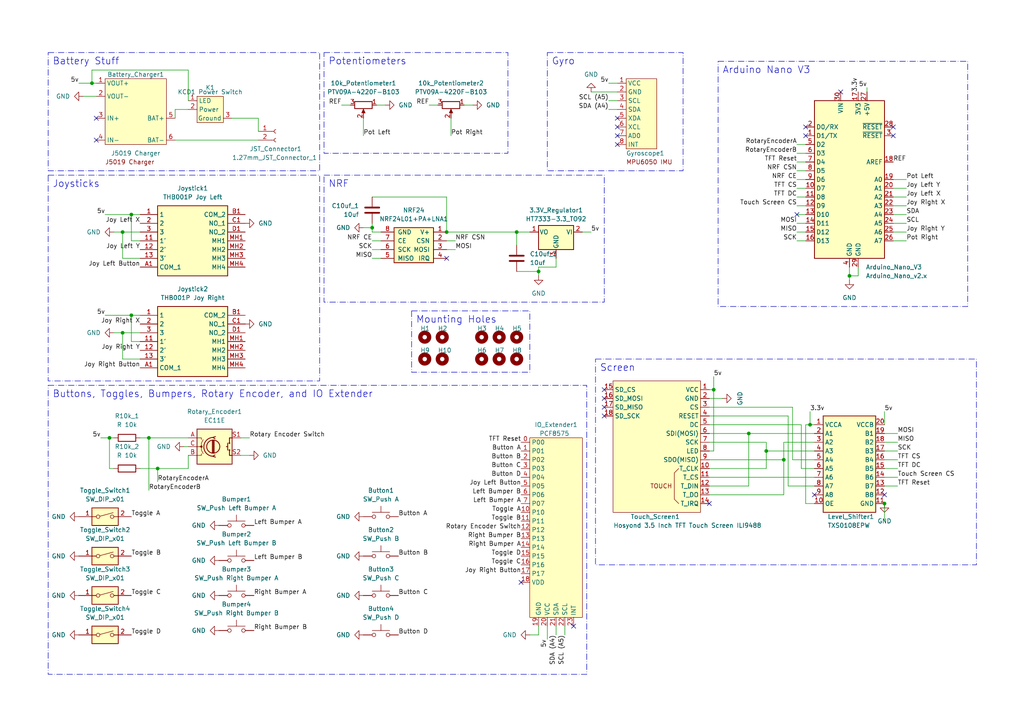
<source format=kicad_sch>
(kicad_sch (version 20230121) (generator eeschema)
  (paper "A4")
  (title_block (title "Arduino Nano Powered RC Transmitter") (company "Aecert Robotics ") (comment 1 "Gyroscope, 3.5 Inch Touchscreen, Rechargable Battery.") (comment 2 "2 Joysticks, 4 Buttons, 4 Bumpers, 4 Toggle Switches, Rotary Encoder, 2 Potentiometers,") (comment 3 "Features:"))
  (lib_symbols
    (symbol "Connector:Conn_01x02_Socket" (pin_names (offset 1.016) hide)
      (property "Reference" "J" (at 0 2.54 0))
      (property "Value" "Conn_01x02_Socket" (at 0 -5.08 0))
      (symbol "Conn_01x02_Socket_1_1"
        (arc (start 0 -2.032) (mid -0.5058 -2.54) (end 0 -3.048) (stroke (width 0.1524)))
        (polyline (pts (xy -1.27 -2.54) (xy -0.508 -2.54)) (stroke (width 0.1524)))
        (polyline (pts (xy -1.27 0) (xy -0.508 0)) (stroke (width 0.1524)))
        (arc (start 0 0.508) (mid -0.5058 0) (end 0 -0.508) (stroke (width 0.1524)))
        (pin passive line (at -5.08 0 0) (length 3.81) (name "Pin_1") (number "1"))
        (pin passive line (at -5.08 -2.54 0) (length 3.81) (name "Pin_2") (number "2"))
      )
    )
    (symbol "Connector_Generic:Conn_02x04_Counter_Clockwise" (pin_names (offset 1.016))
      (property "Reference" "N1" (at 4.445 8.89 0))
      (property "Value" "NRF24L01" (at 4.445 6.35 0))
      (symbol "Conn_02x04_Counter_Clockwise_1_1"
        (rectangle (start -1.27 3.81) (end 10.16 -6.35) (stroke (width 0.254)) (fill (type background)))
        (pin power_in line (at -5.08 2.54 0) (length 3.81) (name "V+") (number "1"))
        (pin input line (at -5.08 0 0) (length 3.81) (name "CSN") (number "2"))
        (pin input line (at -5.08 -2.54 0) (length 3.81) (name "MOSI") (number "3"))
        (pin input line (at -5.08 -5.08 0) (length 3.81) (name "IRQ") (number "4"))
        (pin input line (at 13.97 -5.08 180) (length 3.81) (name "MISO") (number "5"))
        (pin input line (at 13.97 -2.54 180) (length 3.81) (name "SCK") (number "6"))
        (pin input line (at 13.97 0 180) (length 3.81) (name "CE") (number "7"))
        (pin power_out line (at 13.97 2.54 180) (length 3.81) (name "GND") (number "8"))
      )
    )
    (symbol "Device:C" (pin_numbers hide) (pin_names (offset 0.254))
      (property "Reference" "C" (at 0.635 2.54 0))
      (property "Value" "C" (at 0.635 -2.54 0))
      (symbol "C_0_1"
        (polyline (pts (xy -2.032 -0.762) (xy 2.032 -0.762)) (stroke (width 0.508)))
        (polyline (pts (xy -2.032 0.762) (xy 2.032 0.762)) (stroke (width 0.508)))
      )
      (symbol "C_1_1"
        (pin passive line (at 0 3.81 270) (length 2.794) (name "~") (number "1"))
        (pin passive line (at 0 -3.81 90) (length 2.794) (name "~") (number "2"))
      )
    )
    (symbol "Device:R" (pin_numbers hide) (pin_names (offset 0))
      (property "Reference" "R" (at 2.032 0 90))
      (property "Value" "R" (at 0 0 90))
      (symbol "R_0_1"
        (rectangle (start -1.016 -2.54) (end 1.016 2.54) (stroke (width 0.254)))
      )
      (symbol "R_1_1"
        (pin passive line (at 0 3.81 270) (length 1.27) (name "~") (number "1"))
        (pin passive line (at 0 -3.81 90) (length 1.27) (name "~") (number "2"))
      )
    )
    (symbol "Device:R_Potentiometer" (pin_names (offset 1.016) hide)
      (property "Reference" "RV" (at -4.445 0 90))
      (property "Value" "R_Potentiometer" (at -2.54 0 90))
      (symbol "R_Potentiometer_0_1"
        (polyline (pts (xy 2.54 0) (xy 1.524 0)))
        (polyline (pts (xy 1.143 0) (xy 2.286 0.508) (xy 2.286 -0.508) (xy 1.143 0)) (fill (type outline)))
        (rectangle (start 1.016 2.54) (end -1.016 -2.54) (stroke (width 0.254)))
      )
      (symbol "R_Potentiometer_1_1"
        (pin passive line (at 0 3.81 270) (length 1.27) (name "1") (number "1"))
        (pin passive line (at 3.81 0 180) (length 1.27) (name "2") (number "2"))
        (pin passive line (at 0 -3.81 90) (length 1.27) (name "3") (number "3"))
      )
    )
    (symbol "Device:RotaryEncoder_Switch" (pin_names (offset 0.254) hide)
      (property "Reference" "SW" (at 0 6.604 0))
      (property "Value" "RotaryEncoder_Switch" (at 0 -6.604 0))
      (symbol "RotaryEncoder_Switch_0_1"
        (rectangle (start -5.08 5.08) (end 5.08 -5.08) (stroke (width 0.254)) (fill (type background)))
        (circle (center -3.81 0) (radius 0.254) (fill (type outline)))
        (circle (center -0.381 0) (radius 1.905) (stroke (width 0.254)))
        (arc (start -0.381 2.667) (mid -3.0988 -0.0635) (end -0.381 -2.794) (stroke (width 0.254)))
        (polyline (pts (xy -0.635 -1.778) (xy -0.635 1.778)) (stroke (width 0.254)))
        (polyline (pts (xy -0.381 -1.778) (xy -0.381 1.778)) (stroke (width 0.254)))
        (polyline (pts (xy -0.127 1.778) (xy -0.127 -1.778)) (stroke (width 0.254)))
        (polyline (pts (xy 3.81 0) (xy 3.429 0)) (stroke (width 0.254)))
        (polyline (pts (xy 3.81 1.016) (xy 3.81 -1.016)) (stroke (width 0.254)))
        (polyline (pts (xy -5.08 -2.54) (xy -3.81 -2.54) (xy -3.81 -2.032)))
        (polyline (pts (xy -5.08 2.54) (xy -3.81 2.54) (xy -3.81 2.032)))
        (polyline (pts (xy 0.254 -3.048) (xy -0.508 -2.794) (xy 0.127 -2.413)) (stroke (width 0.254)))
        (polyline (pts (xy 0.254 2.921) (xy -0.508 2.667) (xy 0.127 2.286)) (stroke (width 0.254)))
        (polyline (pts (xy 5.08 -2.54) (xy 4.318 -2.54) (xy 4.318 -1.016)) (stroke (width 0.254)))
        (polyline (pts (xy 5.08 2.54) (xy 4.318 2.54) (xy 4.318 1.016)) (stroke (width 0.254)))
        (polyline (pts (xy -5.08 0) (xy -3.81 0) (xy -3.81 -1.016) (xy -3.302 -2.032)))
        (polyline (pts (xy -4.318 0) (xy -3.81 0) (xy -3.81 1.016) (xy -3.302 2.032)))
        (circle (center 4.318 -1.016) (radius 0.127) (stroke (width 0.254)))
        (circle (center 4.318 1.016) (radius 0.127) (stroke (width 0.254)))
      )
      (symbol "RotaryEncoder_Switch_1_1"
        (pin passive line (at -7.62 2.54 0) (length 2.54) (name "A") (number "A"))
        (pin passive line (at -7.62 -2.54 0) (length 2.54) (name "B") (number "B"))
        (pin passive line (at -7.62 0 0) (length 2.54) (name "C") (number "C"))
        (pin passive line (at 7.62 2.54 180) (length 2.54) (name "S1") (number "S1"))
        (pin passive line (at 7.62 -2.54 180) (length 2.54) (name "S2") (number "S2"))
      )
    )
    (symbol "Logic_LevelTranslator:TXS0108EPW"
      (property "Reference" "U3" (at -7.62 -25.4 0))
      (property "Value" "Level Shifter TXS0108EPW" (at -7.62 -27.94 0))
      (symbol "TXS0108EPW_0_1"
        (rectangle (start -7.62 12.7) (end 7.62 -15.24) (stroke (width 0.254)) (fill (type background)))
      )
      (symbol "TXS0108EPW_1_1"
        (pin power_in line (at -10.16 10.16 0) (length 2.54) (name "VCCA") (number "1"))
        (pin input line (at -10.16 -12.7 0) (length 2.54) (name "OE") (number "10"))
        (pin power_in line (at 10.16 -12.7 180) (length 2.54) (name "GND") (number "11"))
        (pin bidirectional line (at 10.16 -10.16 180) (length 2.54) (name "B8") (number "12"))
        (pin bidirectional line (at 10.16 -7.62 180) (length 2.54) (name "B7") (number "13"))
        (pin bidirectional line (at 10.16 -5.08 180) (length 2.54) (name "B6") (number "14"))
        (pin bidirectional line (at 10.16 -2.54 180) (length 2.54) (name "B5") (number "15"))
        (pin bidirectional line (at 10.16 0 180) (length 2.54) (name "B4") (number "16"))
        (pin bidirectional line (at 10.16 2.54 180) (length 2.54) (name "B3") (number "17"))
        (pin bidirectional line (at 10.16 5.08 180) (length 2.54) (name "B2") (number "18"))
        (pin bidirectional line (at 10.16 7.62 180) (length 2.54) (name "B1") (number "19"))
        (pin bidirectional line (at -10.16 7.62 0) (length 2.54) (name "A1") (number "2"))
        (pin power_in line (at 10.16 10.16 180) (length 2.54) (name "VCCB") (number "20"))
        (pin bidirectional line (at -10.16 5.08 0) (length 2.54) (name "A2") (number "3"))
        (pin bidirectional line (at -10.16 2.54 0) (length 2.54) (name "A3") (number "4"))
        (pin bidirectional line (at -10.16 0 0) (length 2.54) (name "A4") (number "5"))
        (pin bidirectional line (at -10.16 -2.54 0) (length 2.54) (name "A5") (number "6"))
        (pin bidirectional line (at -10.16 -5.08 0) (length 2.54) (name "A6") (number "7"))
        (pin bidirectional line (at -10.16 -7.62 0) (length 2.54) (name "A7") (number "8"))
        (pin bidirectional line (at -10.16 -10.16 0) (length 2.54) (name "A8") (number "9"))
      )
    )
    (symbol "MCU_Module:Arduino_Nano_v2.x"
      (property "Reference" "A1" (at 4.7341 -25.4 0))
      (property "Value" "Arduino_Nano_v2.x" (at 4.7341 -27.94 0))
      (symbol "Arduino_Nano_v2.x_0_1"
        (rectangle (start -10.16 22.86) (end 10.16 -22.86) (stroke (width 0.254)) (fill (type background)))
      )
      (symbol "Arduino_Nano_v2.x_1_1"
        (pin bidirectional line (at -12.7 12.7 0) (length 2.54) (name "D1/TX") (number "1"))
        (pin bidirectional line (at -12.7 -2.54 0) (length 2.54) (name "D7") (number "10"))
        (pin bidirectional line (at -12.7 -5.08 0) (length 2.54) (name "D8") (number "11"))
        (pin bidirectional line (at -12.7 -7.62 0) (length 2.54) (name "D9") (number "12"))
        (pin bidirectional line (at -12.7 -10.16 0) (length 2.54) (name "D10") (number "13"))
        (pin bidirectional line (at -12.7 -12.7 0) (length 2.54) (name "D11") (number "14"))
        (pin bidirectional line (at -12.7 -15.24 0) (length 2.54) (name "D12") (number "15"))
        (pin bidirectional line (at -12.7 -17.78 0) (length 2.54) (name "D13") (number "16"))
        (pin power_out line (at 2.54 25.4 270) (length 2.54) (name "3V3") (number "17"))
        (pin input line (at 12.7 5.08 180) (length 2.54) (name "AREF") (number "18"))
        (pin bidirectional line (at 12.7 0 180) (length 2.54) (name "A0") (number "19"))
        (pin bidirectional line (at -12.7 15.24 0) (length 2.54) (name "D0/RX") (number "2"))
        (pin bidirectional line (at 12.7 -2.54 180) (length 2.54) (name "A1") (number "20"))
        (pin bidirectional line (at 12.7 -5.08 180) (length 2.54) (name "A2") (number "21"))
        (pin bidirectional line (at 12.7 -7.62 180) (length 2.54) (name "A3") (number "22"))
        (pin bidirectional line (at 12.7 -10.16 180) (length 2.54) (name "A4") (number "23"))
        (pin bidirectional line (at 12.7 -12.7 180) (length 2.54) (name "A5") (number "24"))
        (pin bidirectional line (at 12.7 -15.24 180) (length 2.54) (name "A6") (number "25"))
        (pin bidirectional line (at 12.7 -17.78 180) (length 2.54) (name "A7") (number "26"))
        (pin power_in line (at 5.08 25.4 270) (length 2.54) (name "+5V") (number "27"))
        (pin input line (at 12.7 15.24 180) (length 2.54) (name "~{RESET}") (number "28"))
        (pin power_in line (at 2.54 -25.4 90) (length 2.54) (name "GND") (number "29"))
        (pin input line (at 12.7 12.7 180) (length 2.54) (name "~{RESET}") (number "3"))
        (pin power_in line (at -2.54 25.4 270) (length 2.54) (name "VIN") (number "30"))
        (pin power_in line (at 0 -25.4 90) (length 2.54) (name "GND") (number "4"))
        (pin bidirectional line (at -12.7 10.16 0) (length 2.54) (name "D2") (number "5"))
        (pin bidirectional line (at -12.7 7.62 0) (length 2.54) (name "D3") (number "6"))
        (pin bidirectional line (at -12.7 5.08 0) (length 2.54) (name "D4") (number "7"))
        (pin bidirectional line (at -12.7 2.54 0) (length 2.54) (name "D5") (number "8"))
        (pin bidirectional line (at -12.7 0 0) (length 2.54) (name "D6") (number "9"))
      )
    )
    (symbol "Mechanical:MountingHole" (pin_names (offset 1.016))
      (property "Reference" "H" (at 0 5.08 0))
      (property "Value" "MountingHole" (at 0 3.175 0))
      (symbol "MountingHole_0_1"
        (circle (center 0 0) (radius 1.27) (stroke (width 1.27)))
      )
    )
    (symbol "Modules:2.8inch_SPI_Module_ILI9341"
      (property "Reference" "ILI9488_1" (at -7.62 -20.32 0))
      (property "Value" "Screen ILI9488" (at 0 0 0))
      (symbol "2.8inch_SPI_Module_ILI9341_1_1"
        (rectangle (start -7.62 20.32) (end 17.78 -17.78) (fill (type background)))
        (polyline (pts (xy 11.43 -15.24) (xy 10.16 -13.97) (xy 10.16 -6.35) (xy 11.43 -5.08)))
        (text "TOUCH" (at 6.35 -10.16 0) (effects (font (size 1.27 1.27))))
        (pin power_in line (at 20.32 17.78 180) (length 2.54) (name "VCC") (number "1"))
        (pin input line (at 20.32 -5.08 180) (length 2.54) (name "T_CLK") (number "10"))
        (pin input line (at 20.32 -7.62 180) (length 2.54) (name "T_CS") (number "11"))
        (pin input line (at 20.32 -10.16 180) (length 2.54) (name "T_DIN") (number "12"))
        (pin input line (at 20.32 -12.7 180) (length 2.54) (name "T_DO") (number "13"))
        (pin input line (at 20.32 -15.24 180) (length 2.54) (name "T_IRQ") (number "14"))
        (pin output line (at -10.16 17.78 0) (length 2.54) (name "SD_CS") (number "15"))
        (pin output line (at -10.16 15.24 0) (length 2.54) (name "SD_MOSI") (number "16"))
        (pin output line (at -10.16 12.7 0) (length 2.54) (name "SD_MISO") (number "17"))
        (pin output line (at -10.16 10.16 0) (length 2.54) (name "SD_SCK") (number "18"))
        (pin power_in line (at 20.32 15.24 180) (length 2.54) (name "GND") (number "2"))
        (pin input line (at 20.32 12.7 180) (length 2.54) (name "CS") (number "3"))
        (pin input line (at 20.32 10.16 180) (length 2.54) (name "RESET") (number "4"))
        (pin input line (at 20.32 7.62 180) (length 2.54) (name "DC") (number "5"))
        (pin input line (at 20.32 5.08 180) (length 2.54) (name "SDI(MOSI)") (number "6"))
        (pin input line (at 20.32 2.54 180) (length 2.54) (name "SCK") (number "7"))
        (pin input line (at 20.32 0 180) (length 2.54) (name "LED") (number "8"))
        (pin input line (at 20.32 -2.54 180) (length 2.54) (name "SDO(MISO)") (number "9"))
      )
    )
    (symbol "Modules:J5019_Charger"
      (property "Reference" "J1" (at -10.16 1.27 0))
      (property "Value" "~" (at 0 0 0))
      (symbol "J5019_Charger_1_1"
        (rectangle (start -11.43 22.86) (end 6.35 3.81) (fill (type background)))
        (text "J5019 Charger" (at -11.43 -1.27 0) (effects (font (size 1.27 1.27)) (justify left)))
        (pin power_out line (at -13.97 21.59 0) (length 2.54) (name "VOUT+") (number "1"))
        (pin power_out line (at -13.97 17.78 0) (length 2.54) (name "VOUT-") (number "2"))
        (pin power_in line (at -13.97 11.43 0) (length 2.54) (name "IN+") (number "3"))
        (pin power_in line (at -13.97 5.08 0) (length 2.54) (name "IN-") (number "4"))
        (pin power_in line (at 8.89 11.43 180) (length 2.54) (name "BAT+") (number "5"))
        (pin power_in line (at 8.89 5.08 180) (length 2.54) (name "BAT-") (number "6"))
      )
    )
    (symbol "Modules:KCD1_3_Pin_Toggle_Switch"
      (property "Reference" "K" (at 1.27 3.81 0))
      (symbol "KCD1_3_Pin_Toggle_Switch_1_1"
        (rectangle (start -2.54 2.54) (end 5.08 -5.08) (fill (type background)))
        (pin bidirectional line (at -5.08 1.27 0) (length 2.54) (name "LED") (number "1"))
        (pin power_in line (at -5.08 -1.27 0) (length 2.54) (name "Power") (number "2"))
        (pin power_in line (at 7.62 -3.81 180) (length 2.54) (name "Ground") (number "3"))
      )
    )
    (symbol "Modules:MPU6050_IMU"
      (property "Reference" "G1" (at -3.81 -10.16 0))
      (property "Value" "~" (at 0 0 0))
      (symbol "MPU6050_IMU_1_1"
        (rectangle (start -3.81 11.43) (end 5.08 -8.89) (fill (type background)))
        (text "MPU6050 IMU" (at -3.81 -12.7 0) (effects (font (size 1.27 1.27)) (justify left)))
        (pin power_in line (at -6.35 10.16 0) (length 2.54) (name "VCC") (number "1"))
        (pin power_in line (at -6.35 7.62 0) (length 2.54) (name "GND") (number "2"))
        (pin output line (at -6.35 5.08 0) (length 2.54) (name "SCL") (number "3"))
        (pin output line (at -6.35 2.54 0) (length 2.54) (name "SDA") (number "4"))
        (pin input line (at -6.35 0 0) (length 2.54) (name "XDA") (number "5"))
        (pin input line (at -6.35 -2.54 0) (length 2.54) (name "XCL") (number "6"))
        (pin input line (at -6.35 -5.08 0) (length 2.54) (name "AD0") (number "7"))
        (pin input line (at -6.35 -7.62 0) (length 2.54) (name "INT") (number "8"))
      )
    )
    (symbol "Modules:PCF8575_BO"
      (property "Reference" "P1" (at 0 34.29 0))
      (property "Value" "PCF8575 " (at 0 31.75 0))
      (symbol "PCF8575_BO_1_1"
        (rectangle (start -7.62 30.48) (end 7.62 -21.59) (fill (type background)))
        (pin bidirectional line (at -10.16 29.21 0) (length 2.54) (name "P00") (number "0"))
        (pin bidirectional line (at -10.16 26.67 0) (length 2.54) (name "P01") (number "1"))
        (pin bidirectional line (at -10.16 8.89 0) (length 2.54) (name "P10") (number "10"))
        (pin bidirectional line (at -10.16 6.35 0) (length 2.54) (name "P11") (number "11"))
        (pin bidirectional line (at -10.16 3.81 0) (length 2.54) (name "P12") (number "12"))
        (pin bidirectional line (at -10.16 1.27 0) (length 2.54) (name "P13") (number "13"))
        (pin bidirectional line (at -10.16 -1.27 0) (length 2.54) (name "P14") (number "14"))
        (pin bidirectional line (at -10.16 -3.81 0) (length 2.54) (name "P15") (number "15"))
        (pin bidirectional line (at -10.16 -6.35 0) (length 2.54) (name "P16") (number "16"))
        (pin bidirectional line (at -10.16 -8.89 0) (length 2.54) (name "P17") (number "17"))
        (pin power_out line (at -10.16 -11.43 0) (length 2.54) (name "VDD") (number "18"))
        (pin power_out line (at -5.08 -24.13 90) (length 2.54) (name "GND") (number "19"))
        (pin bidirectional line (at -10.16 24.13 0) (length 2.54) (name "P02") (number "2"))
        (pin power_in line (at -2.54 -24.13 90) (length 2.54) (name "VCC") (number "20"))
        (pin bidirectional line (at 0 -24.13 90) (length 2.54) (name "SDA") (number "21"))
        (pin bidirectional line (at 2.54 -24.13 90) (length 2.54) (name "SCL") (number "22"))
        (pin bidirectional line (at 5.08 -24.13 90) (length 2.54) (name "INT") (number "23"))
        (pin bidirectional line (at -10.16 21.59 0) (length 2.54) (name "P03") (number "3"))
        (pin bidirectional line (at -10.16 19.05 0) (length 2.54) (name "P04") (number "4"))
        (pin bidirectional line (at -10.16 16.51 0) (length 2.54) (name "P05") (number "5"))
        (pin bidirectional line (at -10.16 13.97 0) (length 2.54) (name "P06") (number "6"))
        (pin bidirectional line (at -10.16 11.43 0) (length 2.54) (name "P07") (number "7"))
      )
    )
    (symbol "Regulator_Linear:LM2936-3.3_TO92" (pin_names (offset 0.254))
      (property "Reference" "HT7333-A_1" (at 0 6.35 0))
      (property "Value" "HT7333-3.3_TO92" (at 0 3.81 0))
      (symbol "LM2936-3.3_TO92_0_1"
        (rectangle (start -5.08 -5.08) (end 5.08 1.905) (stroke (width 0.254)) (fill (type background)))
      )
      (symbol "LM2936-3.3_TO92_1_1"
        (pin power_out line (at 7.62 0 180) (length 2.54) (name "VO") (number "1"))
        (pin power_in line (at -7.62 0 0) (length 2.54) (name "VI") (number "2"))
        (pin power_in line (at 0 -7.62 90) (length 2.54) (name "GND") (number "3"))
      )
    )
    (symbol "Switch:SW_DIP_x01" (pin_names (offset 0) hide)
      (property "Reference" "SW" (at 0 3.81 0))
      (property "Value" "SW_DIP_x01" (at 0 -3.81 0))
      (symbol "SW_DIP_x01_0_0"
        (circle (center -2.032 0) (radius 0.508))
        (polyline (pts (xy -1.524 0.127) (xy 2.3622 1.1684)))
        (circle (center 2.032 0) (radius 0.508))
      )
      (symbol "SW_DIP_x01_0_1"
        (rectangle (start -3.81 2.54) (end 3.81 -2.54) (stroke (width 0.254)) (fill (type background)))
      )
      (symbol "SW_DIP_x01_1_1"
        (pin passive line (at -7.62 0 0) (length 5.08) (name "~") (number "1"))
        (pin passive line (at 7.62 0 180) (length 5.08) (name "~") (number "2"))
      )
    )
    (symbol "Switch:SW_Push" (pin_numbers hide) (pin_names (offset 1.016) hide)
      (property "Reference" "SW" (at 1.27 2.54 0))
      (property "Value" "SW_Push" (at 0 -1.524 0))
      (symbol "SW_Push_0_1"
        (circle (center -2.032 0) (radius 0.508))
        (polyline (pts (xy 0 1.27) (xy 0 3.048)))
        (polyline (pts (xy 2.54 1.27) (xy -2.54 1.27)))
        (circle (center 2.032 0) (radius 0.508))
        (pin passive line (at -5.08 0 0) (length 2.54) (name "1") (number "1"))
        (pin passive line (at 5.08 0 180) (length 2.54) (name "2") (number "2"))
      )
    )
    (symbol "THB001P:THB001P"
      (property "Reference" "S" (at 26.67 7.62 0))
      (property "Value" "THB001P" (at 26.67 5.08 0))
      (symbol "THB001P_1_1"
        (rectangle (start 5.08 2.54) (end 25.4 -17.78) (stroke (width 0.254)) (fill (type background)))
        (pin passive line (at 0 0 0) (length 5.08) (name "1") (number "1"))
        (pin passive line (at 0 -7.62 0) (length 5.08) (name "1'") (number "11"))
        (pin passive line (at 0 -10.16 0) (length 5.08) (name "2'") (number "12"))
        (pin passive line (at 0 -12.7 0) (length 5.08) (name "3'") (number "13"))
        (pin passive line (at 0 -2.54 0) (length 5.08) (name "2") (number "2"))
        (pin passive line (at 0 -5.08 0) (length 5.08) (name "3") (number "3"))
        (pin passive line (at 0 -15.24 0) (length 5.08) (name "COM_1") (number "A1"))
        (pin passive line (at 30.48 0 180) (length 5.08) (name "COM_2") (number "B1"))
        (pin passive line (at 30.48 -2.54 180) (length 5.08) (name "NO_1") (number "C1"))
        (pin passive line (at 30.48 -5.08 180) (length 5.08) (name "NO_2") (number "D1"))
        (pin passive line (at 30.48 -7.62 180) (length 5.08) (name "MH1") (number "MH1"))
        (pin passive line (at 30.48 -10.16 180) (length 5.08) (name "MH2") (number "MH2"))
        (pin passive line (at 30.48 -12.7 180) (length 5.08) (name "MH3") (number "MH3"))
        (pin passive line (at 30.48 -15.24 180) (length 5.08) (name "MH4") (number "MH4"))
      )
    )
    (symbol "power:GND" (power) (pin_names (offset 0))
      (property "Value" "GND" (at 0 -3.81 0))
      (symbol "GND_0_1"
        (polyline (pts (xy 0 0) (xy 0 -1.27) (xy 1.27 -1.27) (xy 0 -2.54) (xy -1.27 -1.27) (xy 0 -1.27)))
      )
      (symbol "GND_1_1"
        (pin power_in line (at 0 0 270) (length 0) hide (name "GND") (number "1"))
      )
    )
  )
  (junction (at 222.25 130.81))
  (junction (at 149.86 67.31))
  (junction (at 31.75 127))
  (junction (at 35.56 67.31))
  (junction (at 256.54 146.05))
  (junction (at 246.38 80.01))
  (junction (at 207.01 113.03))
  (junction (at 45.72 135.89))
  (junction (at 156.21 78.74))
  (junction (at 38.1 62.23))
  (junction (at 217.17 125.73))
  (junction (at 26.67 24.13))
  (junction (at 43.18 127))
  (junction (at 107.95 66.04))
  (junction (at 129.54 67.31))
  (junction (at 35.56 96.52))
  (junction (at 227.33 133.35))
  (junction (at 234.95 123.19))
  (junction (at 38.1 91.44))
  (no_connect (at 27.94 34.29))
  (no_connect (at 256.54 143.51))
  (no_connect (at 151.13 168.91))
  (no_connect (at 27.94 40.64))
  (no_connect (at 259.08 39.37))
  (no_connect (at 179.07 34.29))
  (no_connect (at 233.68 36.83))
  (no_connect (at 243.84 26.67))
  (no_connect (at 233.68 39.37))
  (no_connect (at 205.74 146.05))
  (no_connect (at 179.07 39.37))
  (no_connect (at 179.07 41.91))
  (no_connect (at 259.08 36.83))
  (no_connect (at 166.37 181.61))
  (no_connect (at 175.26 113.03))
  (no_connect (at 175.26 115.57))
  (no_connect (at 236.22 143.51))
  (no_connect (at 129.54 74.93))
  (no_connect (at 175.26 120.65))
  (no_connect (at 175.26 118.11))
  (no_connect (at 179.07 36.83))
  (no_connect (at 231.14 62.23))
  (wire (pts (xy 231.14 64.77) (xy 233.68 64.77)))
  (wire (pts (xy 246.38 80.01) (xy 248.92 80.01)))
  (wire (pts (xy 54.61 31.75) (xy 50.8 31.75)))
  (wire (pts (xy 99.06 30.48) (xy 101.6 30.48)))
  (wire (pts (xy 38.1 91.44) (xy 38.1 99.06)))
  (wire (pts (xy 207.01 109.22) (xy 207.01 113.03)))
  (wire (pts (xy 227.33 128.27) (xy 236.22 128.27)))
  (wire (pts (xy 40.64 74.93) (xy 35.56 74.93)))
  (wire (pts (xy 129.54 67.31) (xy 149.86 67.31)))
  (wire (pts (xy 107.95 66.04) (xy 105.41 66.04)))
  (wire (pts (xy 67.31 34.29) (xy 74.93 34.29)))
  (wire (pts (xy 171.45 26.67) (xy 179.07 26.67)))
  (wire (pts (xy 156.21 78.74) (xy 156.21 77.47)))
  (wire (pts (xy 137.16 30.48) (xy 134.62 30.48)))
  (wire (pts (xy 107.95 64.77) (xy 107.95 66.04)))
  (wire (pts (xy 231.14 54.61) (xy 233.68 54.61)))
  (wire (pts (xy 231.14 59.69) (xy 233.68 59.69)))
  (wire (pts (xy 110.49 67.31) (xy 107.95 67.31)))
  (wire (pts (xy 30.48 62.23) (xy 38.1 62.23)))
  (wire (pts (xy 40.64 127) (xy 43.18 127)))
  (wire (pts (xy 74.93 40.64) (xy 50.8 40.64)))
  (wire (pts (xy 231.14 41.91) (xy 233.68 41.91)))
  (wire (pts (xy 248.92 77.47) (xy 248.92 80.01)))
  (wire (pts (xy 163.83 181.61) (xy 163.83 184.15)))
  (wire (pts (xy 27.94 27.94) (xy 24.13 27.94)))
  (wire (pts (xy 231.14 57.15) (xy 233.68 57.15)))
  (wire (pts (xy 40.64 99.06) (xy 38.1 99.06)))
  (wire (pts (xy 69.85 132.08) (xy 72.39 132.08)))
  (wire (pts (xy 260.35 133.35) (xy 256.54 133.35)))
  (wire (pts (xy 161.29 77.47) (xy 161.29 74.93)))
  (wire (pts (xy 29.21 127) (xy 31.75 127)))
  (wire (pts (xy 205.74 143.51) (xy 227.33 143.51)))
  (wire (pts (xy 262.89 69.85) (xy 259.08 69.85)))
  (wire (pts (xy 233.68 123.19) (xy 234.95 123.19)))
  (wire (pts (xy 38.1 91.44) (xy 40.64 91.44)))
  (wire (pts (xy 209.55 115.57) (xy 205.74 115.57)))
  (wire (pts (xy 229.87 118.11) (xy 205.74 118.11)))
  (wire (pts (xy 40.64 104.14) (xy 35.56 104.14)))
  (wire (pts (xy 234.95 119.38) (xy 234.95 123.19)))
  (wire (pts (xy 262.89 52.07) (xy 259.08 52.07)))
  (wire (pts (xy 232.41 135.89) (xy 236.22 135.89)))
  (wire (pts (xy 38.1 62.23) (xy 40.64 62.23)))
  (wire (pts (xy 205.74 138.43) (xy 236.22 138.43)))
  (wire (pts (xy 222.25 130.81) (xy 236.22 130.81)))
  (wire (pts (xy 227.33 133.35) (xy 227.33 128.27)))
  (wire (pts (xy 40.64 69.85) (xy 38.1 69.85)))
  (wire (pts (xy 234.95 123.19) (xy 236.22 123.19)))
  (wire (pts (xy 246.38 81.28) (xy 246.38 80.01)))
  (wire (pts (xy 231.14 69.85) (xy 233.68 69.85)))
  (wire (pts (xy 231.14 62.23) (xy 233.68 62.23)))
  (wire (pts (xy 176.53 31.75) (xy 179.07 31.75)))
  (wire (pts (xy 38.1 62.23) (xy 38.1 69.85)))
  (wire (pts (xy 43.18 142.24) (xy 43.18 127)))
  (wire (pts (xy 262.89 67.31) (xy 259.08 67.31)))
  (wire (pts (xy 231.14 52.07) (xy 233.68 52.07)))
  (wire (pts (xy 262.89 54.61) (xy 259.08 54.61)))
  (wire (pts (xy 176.53 29.21) (xy 179.07 29.21)))
  (wire (pts (xy 260.35 138.43) (xy 256.54 138.43)))
  (wire (pts (xy 35.56 67.31) (xy 40.64 67.31)))
  (wire (pts (xy 207.01 113.03) (xy 207.01 130.81)))
  (wire (pts (xy 205.74 135.89) (xy 222.25 135.89)))
  (wire (pts (xy 260.35 128.27) (xy 256.54 128.27)))
  (wire (pts (xy 22.86 24.13) (xy 26.67 24.13)))
  (wire (pts (xy 222.25 135.89) (xy 222.25 130.81)))
  (wire (pts (xy 256.54 119.38) (xy 256.54 123.19)))
  (wire (pts (xy 262.89 62.23) (xy 259.08 62.23)))
  (wire (pts (xy 124.46 30.48) (xy 127 30.48)))
  (wire (pts (xy 33.02 67.31) (xy 35.56 67.31)))
  (wire (pts (xy 158.75 181.61) (xy 158.75 185.42)))
  (wire (pts (xy 260.35 135.89) (xy 256.54 135.89)))
  (wire (pts (xy 30.48 91.44) (xy 38.1 91.44)))
  (wire (pts (xy 205.74 133.35) (xy 227.33 133.35)))
  (wire (pts (xy 176.53 24.13) (xy 179.07 24.13)))
  (wire (pts (xy 35.56 67.31) (xy 35.56 74.93)))
  (wire (pts (xy 229.87 133.35) (xy 229.87 118.11)))
  (wire (pts (xy 256.54 146.05) (xy 256.54 151.13)))
  (wire (pts (xy 149.86 67.31) (xy 149.86 71.12)))
  (wire (pts (xy 43.18 127) (xy 54.61 127)))
  (wire (pts (xy 26.67 24.13) (xy 27.94 24.13)))
  (wire (pts (xy 231.14 49.53) (xy 233.68 49.53)))
  (wire (pts (xy 53.34 129.54) (xy 54.61 129.54)))
  (wire (pts (xy 35.56 96.52) (xy 35.56 104.14)))
  (wire (pts (xy 231.14 44.45) (xy 233.68 44.45)))
  (wire (pts (xy 156.21 184.15) (xy 156.21 181.61)))
  (wire (pts (xy 26.67 20.32) (xy 26.67 24.13)))
  (wire (pts (xy 105.41 39.37) (xy 105.41 34.29)))
  (wire (pts (xy 161.29 181.61) (xy 161.29 184.15)))
  (wire (pts (xy 228.6 140.97) (xy 236.22 140.97)))
  (wire (pts (xy 45.72 135.89) (xy 45.72 139.7)))
  (wire (pts (xy 35.56 96.52) (xy 40.64 96.52)))
  (wire (pts (xy 205.74 140.97) (xy 217.17 140.97)))
  (wire (pts (xy 132.08 69.85) (xy 129.54 69.85)))
  (wire (pts (xy 72.39 127) (xy 69.85 127)))
  (wire (pts (xy 107.95 72.39) (xy 110.49 72.39)))
  (wire (pts (xy 50.8 31.75) (xy 50.8 34.29)))
  (wire (pts (xy 207.01 130.81) (xy 205.74 130.81)))
  (wire (pts (xy 33.02 96.52) (xy 35.56 96.52)))
  (wire (pts (xy 262.89 59.69) (xy 259.08 59.69)))
  (wire (pts (xy 171.45 67.31) (xy 168.91 67.31)))
  (wire (pts (xy 161.29 77.47) (xy 156.21 77.47)))
  (wire (pts (xy 260.35 130.81) (xy 256.54 130.81)))
  (wire (pts (xy 262.89 57.15) (xy 259.08 57.15)))
  (wire (pts (xy 54.61 29.21) (xy 54.61 20.32)))
  (wire (pts (xy 130.81 39.37) (xy 130.81 34.29)))
  (wire (pts (xy 45.72 135.89) (xy 54.61 135.89)))
  (wire (pts (xy 236.22 146.05) (xy 233.68 146.05)))
  (wire (pts (xy 54.61 132.08) (xy 54.61 135.89)))
  (wire (pts (xy 233.68 146.05) (xy 233.68 123.19)))
  (wire (pts (xy 54.61 20.32) (xy 26.67 20.32)))
  (wire (pts (xy 129.54 57.15) (xy 107.95 57.15)))
  (wire (pts (xy 205.74 128.27) (xy 222.25 128.27)))
  (wire (pts (xy 31.75 135.89) (xy 33.02 135.89)))
  (wire (pts (xy 217.17 125.73) (xy 205.74 125.73)))
  (wire (pts (xy 132.08 72.39) (xy 129.54 72.39)))
  (wire (pts (xy 222.25 128.27) (xy 222.25 130.81)))
  (wire (pts (xy 153.67 67.31) (xy 149.86 67.31)))
  (wire (pts (xy 232.41 123.19) (xy 232.41 135.89)))
  (wire (pts (xy 231.14 46.99) (xy 233.68 46.99)))
  (wire (pts (xy 107.95 74.93) (xy 110.49 74.93)))
  (wire (pts (xy 236.22 133.35) (xy 229.87 133.35)))
  (wire (pts (xy 231.14 67.31) (xy 233.68 67.31)))
  (wire (pts (xy 107.95 66.04) (xy 107.95 67.31)))
  (wire (pts (xy 205.74 123.19) (xy 232.41 123.19)))
  (wire (pts (xy 227.33 143.51) (xy 227.33 133.35)))
  (wire (pts (xy 74.93 34.29) (xy 74.93 38.1)))
  (wire (pts (xy 40.64 135.89) (xy 45.72 135.89)))
  (wire (pts (xy 228.6 120.65) (xy 228.6 140.97)))
  (wire (pts (xy 149.86 78.74) (xy 156.21 78.74)))
  (wire (pts (xy 205.74 120.65) (xy 228.6 120.65)))
  (wire (pts (xy 205.74 113.03) (xy 207.01 113.03)))
  (wire (pts (xy 262.89 64.77) (xy 259.08 64.77)))
  (wire (pts (xy 260.35 140.97) (xy 256.54 140.97)))
  (wire (pts (xy 153.67 184.15) (xy 156.21 184.15)))
  (wire (pts (xy 246.38 80.01) (xy 246.38 77.47)))
  (wire (pts (xy 251.46 25.4) (xy 251.46 26.67)))
  (wire (pts (xy 31.75 127) (xy 33.02 127)))
  (wire (pts (xy 260.35 125.73) (xy 256.54 125.73)))
  (wire (pts (xy 31.75 135.89) (xy 31.75 127)))
  (wire (pts (xy 111.76 30.48) (xy 109.22 30.48)))
  (wire (pts (xy 156.21 80.01) (xy 156.21 78.74)))
  (wire (pts (xy 129.54 57.15) (xy 129.54 67.31)))
  (wire (pts (xy 107.95 69.85) (xy 110.49 69.85)))
  (wire (pts (xy 236.22 125.73) (xy 217.17 125.73)))
  (wire (pts (xy 217.17 140.97) (xy 217.17 125.73)))
  (rectangle (start 13.97 50.8) (end 92.71 110.49) (stroke (width 0) (type dash_dot)))
  (rectangle (start 158.75 15.24) (end 198.12 49.53) (stroke (width 0) (type dash_dot)))
  (rectangle (start 119.38 90.17) (end 153.67 107.95) (stroke (width 0) (type dash_dot)))
  (rectangle (start 93.98 50.8) (end 175.26 87.63) (stroke (width 0) (type dash_dot)))
  (rectangle (start 13.97 15.24) (end 92.71 49.53) (stroke (width 0) (type dash_dot)))
  (rectangle (start 93.98 15.24) (end 147.32 44.45) (stroke (width 0) (type dash_dot)))
  (rectangle (start 13.97 111.76) (end 170.18 195.58) (stroke (width 0) (type dash_dot)))
  (rectangle (start 172.72 104.14) (end 283.21 163.83) (stroke (width 0) (type dash_dot)))
  (rectangle (start 208.28 17.78) (end 280.67 88.9) (stroke (width 0) (type dash_dot)))
  (text "Screen" (at 173.99 107.95 0) (effects (font (size 2 2)) (justify left bottom)))
  (text "NRF\n" (at 95.25 54.61 0) (effects (font (size 2 2)) (justify left bottom)))
  (text "Buttons, Toggles, Bumpers, Rotary Encoder, and IO Extender\n" (at 15.24 115.57 0) (effects (font (size 2 2)) (justify left bottom)))
  (text "Gyro" (at 160.02 19.05 0) (effects (font (size 2 2)) (justify left bottom)))
  (text "Potentiometers" (at 95.25 19.05 0) (effects (font (size 2 2)) (justify left bottom)))
  (text "Mounting Holes" (at 120.65 93.98 0) (effects (font (size 2 2)) (justify left bottom)))
  (text "Battery Stuff" (at 15.24 19.05 0) (effects (font (size 2 2)) (justify left bottom)))
  (text "Joysticks" (at 15.24 54.61 0) (effects (font (size 2 2)) (justify left bottom)))
  (text "Arduino Nano V3" (at 209.55 21.59 0) (effects (font (size 2 2)) (justify left bottom)))
  (label "RotaryEncoderA" (at 231.14 41.91 180))
  (label "Joy Left Y" (at 40.64 72.39 180))
  (label "TFT Reset" (at 260.35 140.97 0))
  (label "5v" (at 30.48 91.44 180))
  (label "TFT Reset" (at 231.14 46.99 180))
  (label "Toggle D" (at 38.1 184.15 0))
  (label "MISO" (at 231.14 67.31 180))
  (label "3.3v" (at 234.95 119.38 0))
  (label "5v" (at 22.86 24.13 180))
  (label "SCL (A5)" (at 176.53 29.21 180))
  (label "TFT CS" (at 260.35 133.35 0))
  (label "Button D" (at 115.57 184.15 0))
  (label "SDA (A4)" (at 176.53 31.75 180))
  (label "Joy Left Button" (at 151.13 140.97 180))
  (label "NRF CSN" (at 231.14 49.53 180))
  (label "Button A" (at 115.57 149.86 0))
  (label "Button C" (at 151.13 135.89 180))
  (label "Touch Screen CS" (at 231.14 59.69 180))
  (label "Joy Right Y" (at 262.89 67.31 0))
  (label "RotaryEncoderA" (at 45.72 139.7 0))
  (label "Rotary Encoder Switch" (at 72.39 127 0))
  (label "MOSI" (at 132.08 72.39 0))
  (label "Toggle A" (at 38.1 149.86 0))
  (label "Right Bumper B" (at 151.13 156.21 180))
  (label "NRF CE" (at 231.14 52.07 180))
  (label "MISO" (at 107.95 74.93 180))
  (label "Joy Right Y" (at 40.64 101.6 180))
  (label "5v" (at 176.53 24.13 180))
  (label "NRF CE" (at 107.95 69.85 180))
  (label "Button B" (at 115.57 161.29 0))
  (label "5v" (at 251.46 25.4 180))
  (label "Joy Left Button" (at 40.64 77.47 180))
  (label "Toggle B" (at 151.13 151.13 180))
  (label "Left Bumper A" (at 73.66 152.4 0))
  (label "REF" (at 124.46 30.48 180))
  (label "MOSI" (at 260.35 125.73 0))
  (label "Toggle B" (at 38.1 161.29 0))
  (label "RotaryEncoderB" (at 231.14 44.45 180))
  (label "Right Bumper A" (at 151.13 158.75 180))
  (label "Left Bumper B" (at 73.66 162.56 0))
  (label "5v" (at 256.54 119.38 0))
  (label "5v" (at 207.01 109.22 0))
  (label "Touch Screen CS" (at 260.35 138.43 0))
  (label "SCL (A5)" (at 163.83 184.15 270))
  (label "Pot Right" (at 130.81 39.37 0))
  (label "Joy Left Y" (at 262.89 54.61 0))
  (label "SDA" (at 262.89 62.23 0))
  (label "Toggle D" (at 151.13 161.29 180))
  (label "5v" (at 171.45 67.31 0))
  (label "Toggle C" (at 38.1 172.72 0))
  (label "5v" (at 158.75 185.42 270))
  (label "Joy Right Button" (at 40.64 106.68 180))
  (label "TFT DC" (at 231.14 57.15 180))
  (label "Button A" (at 151.13 130.81 180))
  (label "Right Bumper B" (at 73.66 182.88 0))
  (label "SCL" (at 262.89 64.77 0))
  (label "Joy Left X" (at 40.64 64.77 180))
  (label "5v" (at 30.48 62.23 180))
  (label "Rotary Encoder Switch" (at 151.13 153.67 180))
  (label "Button C" (at 115.57 172.72 0))
  (label "Button B" (at 151.13 133.35 180))
  (label "RotaryEncoderB" (at 43.18 142.24 0))
  (label "Left Bumper A" (at 151.13 146.05 180))
  (label "TFT CS" (at 231.14 54.61 180))
  (label "MISO" (at 260.35 128.27 0))
  (label "MOSI" (at 231.14 64.77 180))
  (label "SDA (A4)" (at 161.29 184.15 270))
  (label "Left Bumper B" (at 151.13 143.51 180))
  (label "Joy Left X" (at 262.89 57.15 0))
  (label "Pot Right" (at 262.89 69.85 0))
  (label "Pot Left" (at 105.41 39.37 0))
  (label "TFT DC" (at 260.35 135.89 0))
  (label "SCK" (at 231.14 69.85 180))
  (label "Pot Left" (at 262.89 52.07 0))
  (label "Joy Right X" (at 40.64 93.98 180))
  (label "SCK" (at 260.35 130.81 0))
  (label "Joy Right X" (at 262.89 59.69 0))
  (label "NRF CSN" (at 132.08 69.85 0))
  (label "3.3v" (at 248.92 26.67 90))
  (label "Toggle A" (at 151.13 148.59 180))
  (label "Right Bumper A" (at 73.66 172.72 0))
  (label "SCK" (at 107.95 72.39 180))
  (label "5v" (at 29.21 127 180))
  (label "Joy Right Button" (at 151.13 166.37 180))
  (label "Toggle C" (at 151.13 163.83 180))
  (label "REF" (at 259.08 46.99 0))
  (label "REF" (at 99.06 30.48 180))
  (label "Button D" (at 151.13 138.43 180))
  (label "TFT Reset" (at 151.13 128.27 180))
  (symbol (lib_id "Mechanical:MountingHole") (at 149.86 104.14 0) (unit 1)
    (property "Reference" "H8" (at 148.59 101.6 0) (effects (justify left)))
    (property "Value" "MountingHole_Pad" (effects hide))
    (property "Footprint" "MountingHole:MountingHole_3.2mm_M3" (effects hide))
  )
  (symbol (lib_id "Modules:KCD1_3_Pin_Toggle_Switch") (at 59.69 30.48 0) (unit 1)
    (property "Reference" "K1" (at 60.96 25.4 0))
    (property "Value" "KCD1 Power Switch" (at 60.96 26.67 0))
    (property "Footprint" "AddedFootprints:KCD1 Mini Rocker Switch" (effects hide))
  )
  (symbol (lib_id "Switch:SW_Push") (at 68.58 182.88 0) (unit 1)
    (property "Reference" "Bumper4" (at 68.58 175.26 0))
    (property "Value" "SW_Push Right Bumper B" (at 68.58 177.8 0))
    (property "Footprint" "Connector_PinHeader_2.00mm:PinHeader_1x02_P2.00mm_Vertical" (effects hide))
  )
  (symbol (lib_id "Switch:SW_Push") (at 68.58 162.56 0) (unit 1)
    (property "Reference" "Bumper2" (at 68.58 154.94 0))
    (property "Value" "SW_Push Left Bumper B" (at 68.58 157.48 0))
    (property "Footprint" "Connector_PinHeader_2.00mm:PinHeader_1x02_P2.00mm_Vertical" (effects hide))
  )
  (symbol (lib_id "Device:R_Potentiometer") (at 105.41 30.48 270) (unit 1)
    (property "Reference" "10k_Potentiometer1" (at 105.41 24.13 90))
    (property "Value" "PTV09A-4220F-B103" (at 105.41 26.67 90))
    (property "Footprint" "Potentiometer_THT:Potentiometer_Bourns_PTV09A-1_Single_Vertical" (effects hide))
  )
  (symbol (lib_id "Switch:SW_Push") (at 110.49 172.72 0) (unit 1)
    (property "Reference" "Button3" (at 110.49 165.1 0))
    (property "Value" "SW_Push C" (at 110.49 167.64 0))
    (property "Footprint" "Button_Switch_THT:SW_PUSH_6mm" (effects hide))
  )
  (symbol (lib_id "Switch:SW_Push") (at 110.49 184.15 0) (unit 1)
    (property "Reference" "Button4" (at 110.49 176.53 0))
    (property "Value" "SW_Push D" (at 110.49 179.07 0))
    (property "Footprint" "Button_Switch_THT:SW_PUSH_6mm" (effects hide))
  )
  (symbol (lib_id "Mechanical:MountingHole") (at 144.78 104.14 0) (unit 1)
    (property "Reference" "H7" (at 143.51 101.6 0) (effects (justify left)))
    (property "Value" "MountingHole_Pad" (effects hide))
    (property "Footprint" "MountingHole:MountingHole_3.2mm_M3" (effects hide))
  )
  (symbol (lib_id "Switch:SW_DIP_x01") (at 30.48 184.15 0) (unit 1)
    (property "Reference" "Toggle_Switch4" (at 30.48 176.53 0))
    (property "Value" "SW_DIP_x01" (at 30.48 179.07 0))
    (property "Footprint" "AddedFootprints:SPST Mini Toggle Switch 2 Pin 2 Position" (effects hide))
  )
  (symbol (lib_id "power:GND") (at 22.86 161.29 270) (unit 1)
    (property "Reference" "#PWR024" (effects hide))
    (property "Value" "GND" (at 19.05 161.29 90) (effects (justify right)))
  )
  (symbol (lib_id "Modules:MPU6050_IMU") (at 185.42 34.29 0) (unit 1)
    (property "Reference" "Gyroscope1" (at 181.61 44.45 0) (effects (justify left)))
    (property "Value" "MPU6050 Gyroscope" (effects hide))
    (property "Footprint" "AddedFootprints:MPU6050 Gyroscope" (effects hide))
  )
  (symbol (lib_id "Device:R_Potentiometer") (at 130.81 30.48 270) (unit 1)
    (property "Reference" "10k_Potentiometer2" (at 130.81 24.13 90))
    (property "Value" "PTV09A-4220F-B103" (at 130.81 26.67 90))
    (property "Footprint" "Potentiometer_THT:Potentiometer_Bourns_PTV09A-1_Single_Vertical" (effects hide))
  )
  (symbol (lib_id "power:GND") (at 63.5 172.72 270) (unit 1)
    (property "Reference" "#PWR022" (effects hide))
    (property "Value" "GND" (at 59.69 172.72 90) (effects (justify right)))
  )
  (symbol (lib_id "Device:RotaryEncoder_Switch") (at 62.23 129.54 0) (unit 1)
    (property "Reference" "Rotary_Encoder1" (at 62.23 119.38 0))
    (property "Value" "EC11E" (at 62.23 121.92 0))
    (property "Footprint" "Rotary_Encoder:RotaryEncoder_Alps_EC11E-Switch_Vertical_H20mm" (effects hide))
  )
  (symbol (lib_id "Mechanical:MountingHole") (at 123.19 104.14 0) (unit 1)
    (property "Reference" "H9" (at 121.92 101.6 0) (effects (justify left)))
    (property "Value" "MountingHole_Pad" (effects hide))
    (property "Footprint" "MountingHole:MountingHole_2.2mm_M2" (effects hide))
  )
  (symbol (lib_id "power:GND") (at 105.41 149.86 270) (unit 1)
    (property "Reference" "#PWR011" (effects hide))
    (property "Value" "GND" (at 101.6 149.86 90) (effects (justify right)))
  )
  (symbol (lib_id "power:GND") (at 137.16 30.48 90) (unit 1)
    (property "Reference" "#PWR04" (effects hide))
    (property "Value" "GND" (at 140.97 30.48 90) (effects (justify right)))
  )
  (symbol (lib_id "power:GND") (at 22.86 172.72 270) (unit 1)
    (property "Reference" "#PWR025" (effects hide))
    (property "Value" "GND" (at 19.05 172.72 90) (effects (justify right)))
  )
  (symbol (lib_id "Mechanical:MountingHole") (at 128.27 97.79 0) (unit 1)
    (property "Reference" "H2" (at 127 95.25 0) (effects (justify left)))
    (property "Value" "MountingHole_Pad" (effects hide))
    (property "Footprint" "MountingHole:MountingHole_2.2mm_M2" (effects hide))
  )
  (symbol (lib_id "power:GND") (at 63.5 152.4 270) (unit 1)
    (property "Reference" "#PWR018" (effects hide))
    (property "Value" "GND" (at 59.69 152.4 90) (effects (justify right)))
  )
  (symbol (lib_id "Switch:SW_DIP_x01") (at 30.48 161.29 0) (unit 1)
    (property "Reference" "Toggle_Switch2" (at 30.48 153.67 0))
    (property "Value" "SW_DIP_x01" (at 30.48 156.21 0))
    (property "Footprint" "AddedFootprints:SPST Mini Toggle Switch 2 Pin 2 Position" (effects hide))
  )
  (symbol (lib_id "power:GND") (at 33.02 96.52 270) (mirror x) (unit 1)
    (property "Reference" "#PWR017" (effects hide))
    (property "Value" "GND" (at 29.21 96.52 90) (effects (justify right)))
  )
  (symbol (lib_id "power:GND") (at 105.41 172.72 270) (unit 1)
    (property "Reference" "#PWR027" (effects hide))
    (property "Value" "GND" (at 101.6 172.72 90) (effects (justify right)))
  )
  (symbol (lib_id "Device:C") (at 107.95 60.96 0) (mirror y) (unit 1)
    (property "Reference" "C10uf_1" (at 104.14 59.69 0) (effects (justify left)))
    (property "Value" "10uf" (at 104.14 62.23 0) (effects (justify left)))
    (property "Footprint" "Capacitor_THT:CP_Radial_D5.0mm_P2.50mm" (effects hide))
  )
  (symbol (lib_id "power:GND") (at 171.45 26.67 180) (unit 1)
    (property "Reference" "#PWR05" (effects hide))
    (property "Value" "GND" (at 171.45 21.59 0))
  )
  (symbol (lib_id "power:GND") (at 105.41 161.29 270) (unit 1)
    (property "Reference" "#PWR08" (effects hide))
    (property "Value" "GND" (at 101.6 161.29 90) (effects (justify right)))
  )
  (symbol (lib_id "power:GND") (at 33.02 67.31 270) (mirror x) (unit 1)
    (property "Reference" "#PWR09" (effects hide))
    (property "Value" "GND" (at 29.21 67.31 90) (effects (justify right)))
  )
  (symbol (lib_id "power:GND") (at 105.41 66.04 270) (mirror x) (unit 1)
    (property "Reference" "#PWR013" (effects hide))
    (property "Value" "GND" (at 101.6 66.04 90) (effects (justify right)))
  )
  (symbol (lib_id "power:GND") (at 22.86 149.86 270) (unit 1)
    (property "Reference" "#PWR023" (effects hide))
    (property "Value" "GND" (at 19.05 149.86 90) (effects (justify right)))
  )
  (symbol (lib_id "Mechanical:MountingHole") (at 128.27 104.14 0) (unit 1)
    (property "Reference" "H10" (at 127 101.6 0) (effects (justify left)))
    (property "Value" "MountingHole_Pad" (effects hide))
    (property "Footprint" "MountingHole:MountingHole_2.2mm_M2" (effects hide))
  )
  (symbol (lib_id "power:GND") (at 63.5 162.56 270) (unit 1)
    (property "Reference" "#PWR020" (effects hide))
    (property "Value" "GND" (at 59.69 162.56 90) (effects (justify right)))
  )
  (symbol (lib_id "Device:R") (at 36.83 135.89 90) (unit 1)
    (property "Reference" "R10k_2" (at 36.83 129.54 90))
    (property "Value" "R 10k" (at 36.83 132.08 90))
    (property "Footprint" "Resistor_THT:R_Axial_DIN0207_L6.3mm_D2.5mm_P7.62mm_Horizontal" (effects hide))
  )
  (symbol (lib_id "power:GND") (at 71.12 93.98 90) (mirror x) (unit 1)
    (property "Reference" "#PWR016" (effects hide))
    (property "Value" "GND" (at 74.93 93.98 90) (effects (justify right)))
  )
  (symbol (lib_id "Switch:SW_DIP_x01") (at 30.48 172.72 0) (unit 1)
    (property "Reference" "Toggle_Switch3" (at 30.48 165.1 0))
    (property "Value" "SW_DIP_x01" (at 30.48 167.64 0))
    (property "Footprint" "AddedFootprints:SPST Mini Toggle Switch 2 Pin 2 Position" (effects hide))
  )
  (symbol (lib_id "Mechanical:MountingHole") (at 149.86 97.79 0) (unit 1)
    (property "Reference" "H5" (at 148.59 95.25 0) (effects (justify left)))
    (property "Value" "MountingHole_Pad" (effects hide))
    (property "Footprint" "MountingHole:MountingHole_3.2mm_M3" (effects hide))
  )
  (symbol (lib_id "power:GND") (at 153.67 184.15 270) (mirror x) (unit 1)
    (property "Reference" "#PWR019" (effects hide))
    (property "Value" "GND" (at 149.86 184.15 90) (effects (justify right)))
  )
  (symbol (lib_id "power:GND") (at 246.38 81.28 0) (unit 1)
    (property "Reference" "#PWR02" (effects hide))
    (property "Value" "GND" (at 246.38 86.36 0))
  )
  (symbol (lib_id "Connector_Generic:Conn_02x04_Counter_Clockwise") (at 124.46 69.85 0) (mirror y) (unit 1)
    (property "Reference" "NRF24" (at 120.015 60.96 0))
    (property "Value" "NRF24L01+PA+LNA1" (at 120.015 63.5 0))
    (property "Footprint" "AddedFootprints:NRF24L01+ Antenna" (effects hide))
  )
  (symbol (lib_id "Device:R") (at 36.83 127 90) (unit 1)
    (property "Reference" "R10k_1" (at 36.83 120.65 90))
    (property "Value" "R 10k" (at 36.83 123.19 90))
    (property "Footprint" "Resistor_THT:R_Axial_DIN0207_L6.3mm_D2.5mm_P7.62mm_Horizontal" (effects hide))
  )
  (symbol (lib_id "Switch:SW_Push") (at 68.58 172.72 0) (unit 1)
    (property "Reference" "Bumper3" (at 68.58 165.1 0))
    (property "Value" "SW_Push Right Bumper A" (at 68.58 167.64 0))
    (property "Footprint" "Connector_PinHeader_2.00mm:PinHeader_1x02_P2.00mm_Vertical" (effects hide))
  )
  (symbol (lib_id "THB001P:THB001P") (at 40.64 62.23 0) (unit 1)
    (property "Reference" "Joystick1" (at 55.88 54.61 0))
    (property "Value" "THB001P Joy Left" (at 55.88 57.15 0))
    (property "Footprint" "THB001P" (effects hide))
    (property "Datasheet" "https://www.ckswitches.com/media/2873/thb.pdf" (effects hide))
    (property "Height" "19.85" (effects hide))
    (property "Mouser Part Number" "611-THB001P" (effects hide))
    (property "Mouser Price/Stock" "https://www.mouser.co.uk/ProductDetail/CK/THB001P?qs=OlC7AqGiEDlMaVQ%2FEBrivA%3D%3D" (effects hide))
    (property "Manufacturer_Name" "C & K COMPONENTS" (effects hide))
    (property "Manufacturer_Part_Number" "THB001P" (effects hide))
  )
  (symbol (lib_id "Mechanical:MountingHole") (at 144.78 97.79 0) (unit 1)
    (property "Reference" "H4" (at 143.51 95.25 0) (effects (justify left)))
    (property "Value" "MountingHole_Pad" (effects hide))
    (property "Footprint" "MountingHole:MountingHole_3.2mm_M3" (effects hide))
  )
  (symbol (lib_id "Mechanical:MountingHole") (at 139.7 104.14 0) (unit 1)
    (property "Reference" "H6" (at 138.43 101.6 0) (effects (justify left)))
    (property "Value" "MountingHole_Pad" (effects hide))
    (property "Footprint" "MountingHole:MountingHole_3.2mm_M3" (effects hide))
  )
  (symbol (lib_id "MCU_Module:Arduino_Nano_v2.x") (at 246.38 52.07 0) (unit 1)
    (property "Reference" "Arduino_Nano_V3" (at 251.1141 77.47 0) (effects (justify left)))
    (property "Value" "Arduino_Nano_v2.x" (at 251.1141 80.01 0) (effects (justify left)))
    (property "Footprint" "Module:Arduino_Nano" (effects hide))
    (property "Datasheet" "https://www.arduino.cc/en/uploads/Main/ArduinoNanoManual23.pdf" (effects hide))
  )
  (symbol (lib_id "power:GND") (at 53.34 129.54 270) (unit 1)
    (property "Reference" "#PWR07" (effects hide))
    (property "Value" "GND" (at 49.53 129.54 90) (effects (justify right)))
  )
  (symbol (lib_id "Switch:SW_Push") (at 110.49 161.29 0) (unit 1)
    (property "Reference" "Button2" (at 110.49 153.67 0))
    (property "Value" "SW_Push B" (at 110.49 156.21 0))
    (property "Footprint" "Button_Switch_THT:SW_PUSH_6mm" (effects hide))
  )
  (symbol (lib_id "power:GND") (at 22.86 184.15 270) (unit 1)
    (property "Reference" "#PWR026" (effects hide))
    (property "Value" "GND" (at 19.05 184.15 90) (effects (justify right)))
  )
  (symbol (lib_id "THB001P:THB001P") (at 40.64 91.44 0) (unit 1)
    (property "Reference" "Joystick2" (at 55.88 83.82 0))
    (property "Value" "THB001P Joy Right" (at 55.88 86.36 0))
    (property "Footprint" "THB001P" (effects hide))
    (property "Datasheet" "https://www.ckswitches.com/media/2873/thb.pdf" (effects hide))
    (property "Height" "19.85" (effects hide))
    (property "Mouser Part Number" "611-THB001P" (effects hide))
    (property "Mouser Price/Stock" "https://www.mouser.co.uk/ProductDetail/CK/THB001P?qs=OlC7AqGiEDlMaVQ%2FEBrivA%3D%3D" (effects hide))
    (property "Manufacturer_Name" "C & K COMPONENTS" (effects hide))
    (property "Manufacturer_Part_Number" "THB001P" (effects hide))
  )
  (symbol (lib_id "Mechanical:MountingHole") (at 139.7 97.79 0) (unit 1)
    (property "Reference" "H3" (at 138.43 95.25 0) (effects (justify left)))
    (property "Value" "MountingHole_Pad" (effects hide))
    (property "Footprint" "MountingHole:MountingHole_3.2mm_M3" (effects hide))
  )
  (symbol (lib_id "Modules:J5019_Charger") (at 41.91 45.72 0) (unit 1)
    (property "Reference" "Battery_Charger1" (at 39.37 21.59 0))
    (property "Value" "J5019 Charger" (at 39.37 44.45 0))
    (property "Footprint" "AddedFootprints:J5019 Charger" (effects hide))
  )
  (symbol (lib_id "power:GND") (at 156.21 80.01 0) (mirror y) (unit 1)
    (property "Reference" "#PWR012" (effects hide))
    (property "Value" "GND" (at 156.21 85.09 0))
  )
  (symbol (lib_id "power:GND") (at 256.54 146.05 0) (unit 1)
    (property "Reference" "#PWR015" (effects hide))
    (property "Value" "GND" (at 256.54 151.13 0))
  )
  (symbol (lib_id "power:GND") (at 72.39 132.08 90) (unit 1)
    (property "Reference" "#PWR06" (effects hide))
    (property "Value" "GND" (at 76.2 132.08 90) (effects (justify right)))
  )
  (symbol (lib_id "Regulator_Linear:LM2936-3.3_TO92") (at 161.29 67.31 0) (mirror y) (unit 1)
    (property "Reference" "3.3V_Regulator1" (at 161.29 60.96 0))
    (property "Value" "HT7333-3.3_TO92" (at 161.29 63.5 0))
    (property "Footprint" "Package_TO_SOT_THT:TO-92_Inline" (effects hide))
    (property "Datasheet" "http://www.ti.com/lit/ds/symlink/lm2936.pdf" (effects hide))
  )
  (symbol (lib_id "Modules:PCF8575_BO") (at 161.29 157.48 0) (unit 1)
    (property "Reference" "IO_Extender1" (at 161.29 123.19 0))
    (property "Value" "PCF8575 " (at 161.29 125.73 0))
    (property "Footprint" "AddedFootprints:PCF8575 Module" (effects hide))
  )
  (symbol (lib_id "Connector:Conn_01x02_Socket") (at 80.01 38.1 0) (unit 1)
    (property "Reference" "JST_Connector1" (at 72.39 43.18 0) (effects (justify left)))
    (property "Value" "1.27mm_JST_Connector_1" (at 67.31 45.72 0) (effects (justify left)))
    (property "Footprint" "Connector_PinSocket_1.27mm:PinSocket_1x02_P1.27mm_Vertical" (effects hide))
  )
  (symbol (lib_id "Switch:SW_Push") (at 68.58 152.4 0) (unit 1)
    (property "Reference" "Bumper1" (at 68.58 144.78 0))
    (property "Value" "SW_Push Left Bumper A" (at 68.58 147.32 0))
    (property "Footprint" "Connector_PinHeader_2.00mm:PinHeader_1x02_P2.00mm_Vertical" (effects hide))
  )
  (symbol (lib_id "power:GND") (at 71.12 64.77 90) (mirror x) (unit 1)
    (property "Reference" "#PWR010" (effects hide))
    (property "Value" "GND" (at 74.93 64.77 90) (effects (justify right)))
  )
  (symbol (lib_id "power:GND") (at 209.55 115.57 90) (mirror x) (unit 1)
    (property "Reference" "#PWR014" (effects hide))
    (property "Value" "GND" (at 214.63 115.57 0))
  )
  (symbol (lib_id "power:GND") (at 105.41 184.15 270) (unit 1)
    (property "Reference" "#PWR028" (effects hide))
    (property "Value" "GND" (at 101.6 184.15 90) (effects (justify right)))
  )
  (symbol (lib_id "power:GND") (at 24.13 27.94 270) (unit 1)
    (property "Reference" "#PWR01" (effects hide))
    (property "Value" "GND" (at 20.32 27.94 90) (effects (justify right)))
  )
  (symbol (lib_id "Switch:SW_DIP_x01") (at 30.48 149.86 0) (unit 1)
    (property "Reference" "Toggle_Switch1" (at 30.48 142.24 0))
    (property "Value" "SW_DIP_x01" (at 30.48 144.78 0))
    (property "Footprint" "AddedFootprints:SPST Mini Toggle Switch 2 Pin 2 Position" (effects hide))
  )
  (symbol (lib_id "Logic_LevelTranslator:TXS0108EPW") (at 246.38 133.35 0) (unit 1)
    (property "Reference" "Level_Shifter1" (at 240.03 149.86 0) (effects (justify left)))
    (property "Value" "TXS0108EPW" (at 240.03 152.4 0) (effects (justify left)))
    (property "Footprint" "AddedFootprints:HW-221 Level Shifter" (effects hide))
  )
  (symbol (lib_id "power:GND") (at 63.5 182.88 270) (unit 1)
    (property "Reference" "#PWR021" (effects hide))
    (property "Value" "GND" (at 59.69 182.88 90) (effects (justify right)))
  )
  (symbol (lib_id "power:GND") (at 111.76 30.48 90) (unit 1)
    (property "Reference" "#PWR03" (effects hide))
    (property "Value" "GND" (at 115.57 30.48 90) (effects (justify right)))
  )
  (symbol (lib_id "Mechanical:MountingHole") (at 123.19 97.79 0) (unit 1)
    (property "Reference" "H1" (at 121.92 95.25 0) (effects (justify left)))
    (property "Value" "MountingHole_Pad" (effects hide))
    (property "Footprint" "MountingHole:MountingHole_2.2mm_M2" (effects hide))
  )
  (symbol (lib_id "Switch:SW_Push") (at 110.49 149.86 0) (unit 1)
    (property "Reference" "Button1" (at 110.49 142.24 0))
    (property "Value" "SW_Push A" (at 110.49 144.78 0))
    (property "Footprint" "Button_Switch_THT:SW_PUSH_6mm" (effects hide))
  )
  (symbol (lib_id "Modules:2.8inch_SPI_Module_ILI9341") (at 185.42 130.81 0) (unit 1)
    (property "Reference" "Touch_Screen1" (at 182.88 149.86 0) (effects (justify left)))
    (property "Value" "Hosyond 3.5 Inch TFT Touch Screen ILI9488" (at 199.39 152.4 0))
    (property "Footprint" "AddedFootprints:3.5 Inch Screen SPI_Module_ILI9488" (effects hide))
  )
  (symbol (lib_id "Device:C") (at 149.86 74.93 0) (mirror y) (unit 1)
    (property "Reference" "C10uf_3" (at 153.67 73.66 0) (effects (justify right)))
    (property "Value" "10uf" (at 153.67 76.2 0) (effects (justify right)))
    (property "Footprint" "Capacitor_THT:CP_Radial_D5.0mm_P2.50mm" (effects hide))
  )
)
</source>
